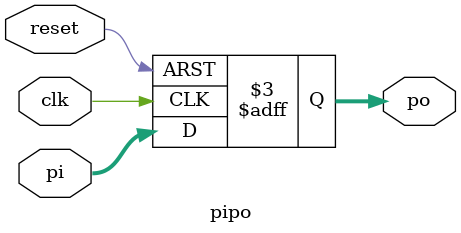
<source format=v>
module pipo(pi,clk,reset,po);
input clk,reset;
input [3:0]pi;
output reg [3:0]po;

always @(posedge clk or posedge reset)
begin
if (reset == 1)
	po<=4'b0000;
else
	po <=pi;
end
endmodule
</source>
